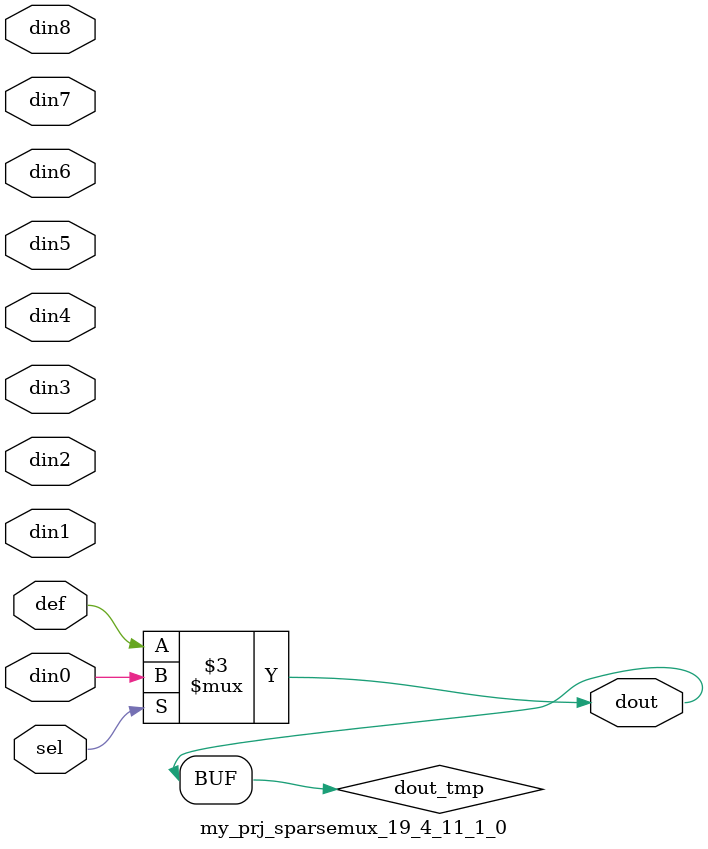
<source format=v>
`timescale 1ns / 1ps

module my_prj_sparsemux_19_4_11_1_0 (din0,din1,din2,din3,din4,din5,din6,din7,din8,def,sel,dout);

parameter din0_WIDTH = 1;

parameter din1_WIDTH = 1;

parameter din2_WIDTH = 1;

parameter din3_WIDTH = 1;

parameter din4_WIDTH = 1;

parameter din5_WIDTH = 1;

parameter din6_WIDTH = 1;

parameter din7_WIDTH = 1;

parameter din8_WIDTH = 1;

parameter def_WIDTH = 1;
parameter sel_WIDTH = 1;
parameter dout_WIDTH = 1;

parameter [sel_WIDTH-1:0] CASE0 = 1;

parameter [sel_WIDTH-1:0] CASE1 = 1;

parameter [sel_WIDTH-1:0] CASE2 = 1;

parameter [sel_WIDTH-1:0] CASE3 = 1;

parameter [sel_WIDTH-1:0] CASE4 = 1;

parameter [sel_WIDTH-1:0] CASE5 = 1;

parameter [sel_WIDTH-1:0] CASE6 = 1;

parameter [sel_WIDTH-1:0] CASE7 = 1;

parameter [sel_WIDTH-1:0] CASE8 = 1;

parameter ID = 1;
parameter NUM_STAGE = 1;



input [din0_WIDTH-1:0] din0;

input [din1_WIDTH-1:0] din1;

input [din2_WIDTH-1:0] din2;

input [din3_WIDTH-1:0] din3;

input [din4_WIDTH-1:0] din4;

input [din5_WIDTH-1:0] din5;

input [din6_WIDTH-1:0] din6;

input [din7_WIDTH-1:0] din7;

input [din8_WIDTH-1:0] din8;

input [def_WIDTH-1:0] def;
input [sel_WIDTH-1:0] sel;

output [dout_WIDTH-1:0] dout;



reg [dout_WIDTH-1:0] dout_tmp;

always @ (*) begin
case (sel)
    
    CASE0 : dout_tmp = din0;
    
    CASE1 : dout_tmp = din1;
    
    CASE2 : dout_tmp = din2;
    
    CASE3 : dout_tmp = din3;
    
    CASE4 : dout_tmp = din4;
    
    CASE5 : dout_tmp = din5;
    
    CASE6 : dout_tmp = din6;
    
    CASE7 : dout_tmp = din7;
    
    CASE8 : dout_tmp = din8;
    
    default : dout_tmp = def;
endcase
end


assign dout = dout_tmp;



endmodule

</source>
